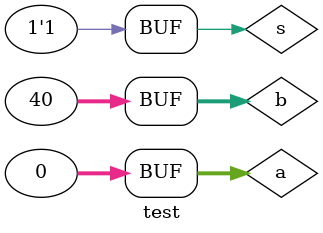
<source format=v>
`timescale 1ns / 1ps


module test;

	// Inputs
	reg [31:0] a;
	reg [31:0] b;
	reg s;

	// Outputs
	wire [31:0] c;

	// Instantiate the Unit Under Test (UUT)
	mux64_32 uut (
		.a(a), 
		.b(b), 
		.s(s), 
		.c(c)
	);

	initial begin
		// Initialize Inputs
		a = 0;
		b = 40;
		s = 1;

		// Wait 100 ns for global reset to finish
		#100;
        
		// Add stimulus here

	end
      
endmodule


</source>
